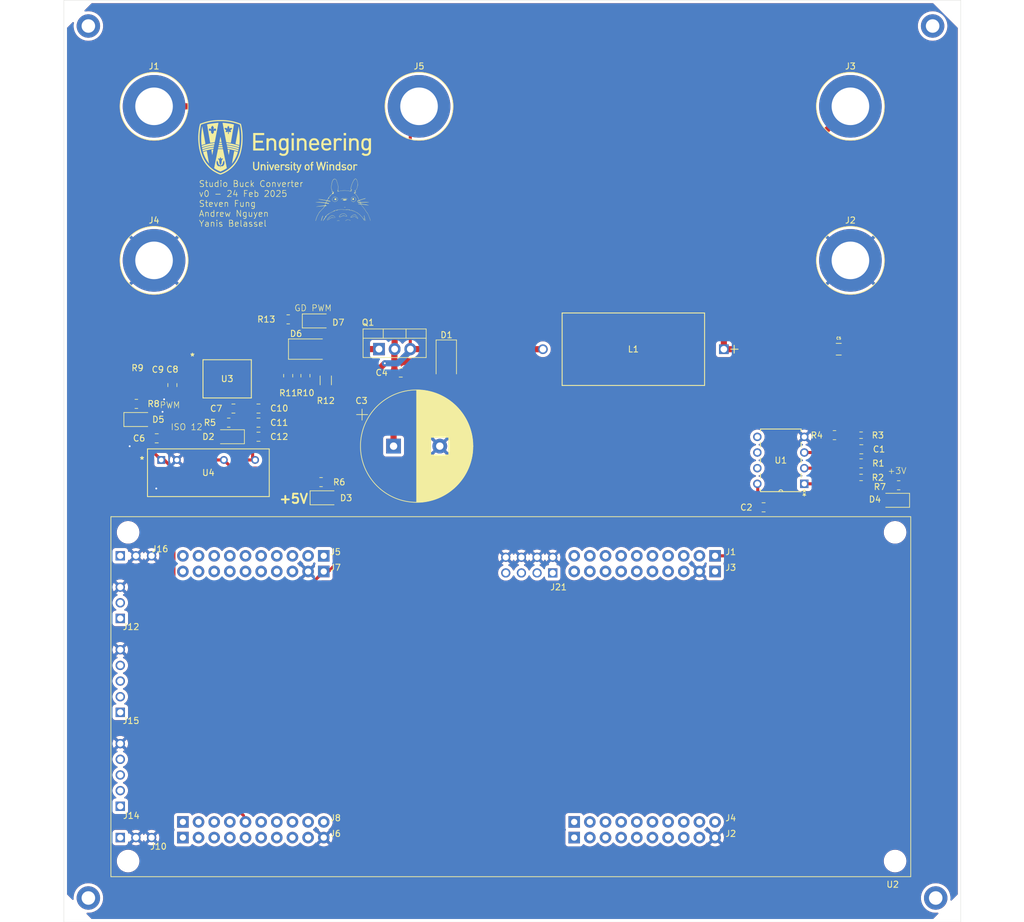
<source format=kicad_pcb>
(kicad_pcb (version 20240108) (generator "pcbnew") (generator_version "8.0")
  (layers (0 "F.Cu" signal) (31 "B.Cu" signal) (34 "B.Paste" user) (35 "F.Paste" user) (36 "B.SilkS" user "B.Silkscreen") (37 "F.SilkS" user "F.Silkscreen") (38 "B.Mask" user) (39 "F.Mask" user) (44 "Edge.Cuts" user))
  (net 0 "")
  (net 1 "GND")
  (net 2 "+3.3V")
  (net 3 "/VOUT")
  (net 4 "/LPF/VFLIT")
  (net 26 "/GD/PWM_FILT")
  (net 40 "+5V")
  (net 44 "/GD/ISO_12")
  (net 51 "Net-(D2-K)")
  (net 52 "Net-(D3-K)")
  (net 54 "Net-(D4-K)")
  (net 60 "/VG")
  (net 68 "Net-(D5-K)")
  (net 73 "/PWM")
  (net 78 "Net-(D6-K)")
  (net 80 "Net-(D7-K)")
  (net 86 "/PowerStage/VIN")
  (net 103 "/VSW")
  (net 106 "/GD/GD_PWM")
  (net 107 "/VFILT")
  (net 108 "Net-(U1-1IN+)")
  (net 109 "Net-(U1-1IN-)")
  (footprint "Resistor_SMD:R_0805_2012Metric_Pad1.20x1.40mm_HandSolder" (layer "F.Cu") (at 59.762 113.518)
    (property "Reference" "R6" (at 2.948 0 0) (layer "F.SilkS"))
    (property "Value" "3.3k")
    (pad "1" smd roundrect (at -1 0) (size 1.2 1.4) (layers "F.Cu" "F.Paste" "F.Mask") (roundrect_rratio 0.208333) (net 52 "Net-(D3-K)"))
    (pad "2" smd roundrect (at 1 0) (size 1.2 1.4) (layers "F.Cu" "F.Paste" "F.Mask") (roundrect_rratio 0.208333) (net 1 "GND"))
  )
  (footprint "MountingHole:MountingHole_2.2mm_M2_DIN965_Pad" (layer "F.Cu") (at 159.5 181)
    (property "Reference" "REF**" (hide yes))
    (property "Value" "MountingHole_2.2mm_M2_DIN965_Pad")
    (pad "1" thru_hole circle (at 0 0) (size 3.8 3.8) (drill 2.2) (layers "*.Cu" "*.Mask"))
  )
  (footprint "Resistor_SMD:R_0805_2012Metric" (layer "F.Cu") (at 143.074 105.898 180)
    (property "Reference" "R4" (at 2.866 -0.02 180) (layer "F.SilkS"))
    (property "Value" "10k")
    (pad "1" smd roundrect (at -0.9125 0 180) (size 1.025 1.4) (layers "F.Cu" "F.Paste" "F.Mask") (roundrect_rratio 0.243902) (net 108 "Net-(U1-1IN+)"))
    (pad "2" smd roundrect (at 0.9125 0 180) (size 1.025 1.4) (layers "F.Cu" "F.Paste" "F.Mask") (roundrect_rratio 0.243902) (net 3 "/VOUT"))
  )
  (footprint "Resistor_SMD:R_0805_2012Metric_Pad1.20x1.40mm_HandSolder" (layer "F.Cu") (at 57.222 96.246 90)
    (property "Reference" "R10" (at -2.794 0 0) (layer "F.SilkS"))
    (property "Value" "7")
    (pad "1" smd roundrect (at -1 0 90) (size 1.2 1.4) (layers "F.Cu" "F.Paste" "F.Mask") (roundrect_rratio 0.208333) (net 106 "/GD/GD_PWM"))
    (pad "2" smd roundrect (at 1 0 90) (size 1.2 1.4) (layers "F.Cu" "F.Paste" "F.Mask") (roundrect_rratio 0.208333) (net 60 "/VG"))
  )
  (footprint "Capacitor_THT:CP_Radial_D18.0mm_P7.50mm" (layer "F.Cu") (at 71.52422 107.676)
    (property "Reference" "C3" (at -5.2 -7.366 0) (layer "F.SilkS"))
    (property "Value" "470u")
    (pad "1" thru_hole rect (at 0 0) (size 2.4 2.4) (drill 1.2) (layers "*.Cu" "*.Mask") (net 86 "/PowerStage/VIN"))
    (pad "2" thru_hole circle (at 7.5 0) (size 2.4 2.4) (drill 1.2) (layers "*.Cu" "*.Mask") (net 1 "GND"))
  )
  (footprint "LED_SMD:LED_1206_3216Metric" (layer "F.Cu") (at 60.27 116.058)
    (property "Reference" "D3" (at 3.556 0.034 0) (layer "F.SilkS"))
    (property "Value" "IR26-21C_L110_TR8")
    (pad "1" smd roundrect (at -1.4 0) (size 1.25 1.75) (layers "F.Cu" "F.Paste" "F.Mask") (roundrect_rratio 0.2) (net 52 "Net-(D3-K)"))
    (pad "2" smd roundrect (at 1.4 0) (size 1.25 1.75) (layers "F.Cu" "F.Paste" "F.Mask") (roundrect_rratio 0.2) (net 40 "+5V"))
  )
  (footprint "Capacitor_SMD:C_0805_2012Metric" (layer "F.Cu") (at 49.602 101.58)
    (property "Reference" "C10" (at 3.368 -0.038 0) (layer "F.SilkS"))
    (property "Value" "10u")
    (pad "1" smd roundrect (at -0.95 0) (size 1 1.45) (layers "F.Cu" "F.Paste" "F.Mask") (net 44 "/GD/ISO_12"))
    (pad "2" smd roundrect (at 0.95 0) (size 1 1.45) (layers "F.Cu" "F.Paste" "F.Mask") (net 103 "/VSW"))
  )
  (footprint "MountingHole:MountingHole_2.2mm_M2_DIN965_Pad" (layer "F.Cu") (at 22 39.5)
    (property "Reference" "REF**" (hide yes))
    (property "Value" "MountingHole_2.2mm_M2_DIN965_Pad")
    (pad "1" thru_hole circle (at 0 0) (size 3.8 3.8) (drill 2.2) (layers "*.Cu" "*.Mask"))
  )
  (footprint "5900-333-RC:IND_BOURNS_5900" (layer "F.Cu") (at 125.1204 91.948 180)
    (property "Reference" "L1" (at 14.6812 0 0) (layer "F.SilkS"))
    (property "Value" "33mH")
    (pad "1" thru_hole rect (at 0 0 180) (size 1.5748 1.5748) (drill 1.0668) (layers "*.Cu" "*.Mask") (net 3 "/VOUT"))
    (pad "2" thru_hole circle (at 29.3624 0 180) (size 1.5748 1.5748) (drill 1.0668) (layers "*.Cu" "*.Mask") (net 103 "/VSW"))
  )
  (footprint "Connector:Banana_Jack_1Pin" (layer "F.Cu") (at 32.66 77.534)
    (property "Reference" "J4" (at 0 -6.5 0) (layer "F.SilkS"))
    (property "Value" "Conn_01x01_Pin")
    (pad "1" thru_hole circle (at 0 0) (size 10.16 10.16) (drill 6.1) (layers "*.Cu" "*.Mask") (net 1 "GND"))
  )
  (footprint "Capacitor_SMD:C_0805_2012Metric" (layer "F.Cu") (at 49.602 106.152)
    (property "Reference" "C12" (at 3.368 0 180) (layer "F.SilkS"))
    (property "Value" "10u")
    (pad "1" smd roundrect (at -0.95 0) (size 1 1.45) (layers "F.Cu" "F.Paste" "F.Mask") (net 44 "/GD/ISO_12"))
    (pad "2" smd roundrect (at 0.95 0) (size 1 1.45) (layers "F.Cu" "F.Paste" "F.Mask") (net 103 "/VSW"))
  )
  (footprint "Connector:Banana_Jack_1Pin" (layer "F.Cu") (at 145.66 77.534)
    (property "Reference" "J2" (at 0 -6.5 0) (layer "F.SilkS"))
    (property "Value" "Conn_01x01_Pin")
    (pad "1" thru_hole circle (at 0 0) (size 10.16 10.16) (drill 6.1) (layers "*.Cu" "*.Mask") (net 1 "GND"))
  )
  (footprint "MountingHole:MountingHole_2.2mm_M2_DIN965_Pad" (layer "F.Cu") (at 159 39.5)
    (property "Reference" "REF**" (hide yes))
    (property "Value" "MountingHole_2.2mm_M2_DIN965_Pad")
    (pad "1" thru_hole circle (at 0 0) (size 3.8 3.8) (drill 2.2) (layers "*.Cu" "*.Mask"))
  )
  (footprint "600F330FT250XT:CAP_600F0R1AT250T_ATC" (layer "F.Cu") (at 33.274 97.282 -90)
    (property "Reference" "C9" (at -2.032 0 0) (layer "F.SilkS"))
    (property "Value" "33p")
    (pad "1" smd rect (at -0.5334 0 270) (size 0.762 0.6096) (layers "F.Cu" "F.Paste" "F.Mask") (net 26 "/GD/PWM_FILT"))
    (pad "2" smd rect (at 0.5334 0 270) (size 0.762 0.6096) (layers "F.Cu" "F.Paste" "F.Mask") (net 1 "GND"))
    (zone (net 0) (net_name "") (layer "F.Cu") (connect_pads (clearance 0)) (min_thickness 0.254)
      (keepout (tracks not_allowed) (vias not_allowed) (pads allowed) (copperpour not_allowed) (footprints allowed))
      (fill (thermal_gap 0.508) (thermal_bridge_width 0.508))
      (polygon (pts (xy 33.528 97.1804) (xy 33.528 97.3836) (xy 33.02 97.3836) (xy 33.02 97.1804)))
    )
  )
  (footprint "Resistor_SMD:R_0805_2012Metric" (layer "F.Cu") (at 147.392 110.47 180)
    (property "Reference" "R1" (at -2.794 0 0) (layer "F.SilkS"))
    (property "Value" "10k")
    (pad "1" smd roundrect (at -0.9125 0 180) (size 1.025 1.4) (layers "F.Cu" "F.Paste" "F.Mask") (roundrect_rratio 0.243902) (net 1 "GND"))
    (pad "2" smd roundrect (at 0.9125 0 180) (size 1.025 1.4) (layers "F.Cu" "F.Paste" "F.Mask") (roundrect_rratio 0.243902) (net 109 "Net-(U1-1IN-)"))
  )
  (footprint "Resistor_SMD:R_1206_3216Metric_Pad1.30x1.75mm_HandSolder" (layer "F.Cu") (at 60.524 97.008 -90)
    (property "Reference" "R12" (at 3.302 0 0) (layer "F.SilkS"))
    (property "Value" "50")
    (pad "1" smd roundrect (at -1.55 0 270) (size 1.3 1.75) (layers "F.Cu" "F.Paste" "F.Mask") (roundrect_rratio 0.192308) (net 60 "/VG"))
    (pad "2" smd roundrect (at 1.55 0 270) (size 1.3 1.75) (layers "F.Cu" "F.Paste" "F.Mask") (roundrect_rratio 0.192308) (net 103 "/VSW"))
  )
  (footprint "Capacitor_SMD:C_0805_2012Metric" (layer "F.Cu") (at 131.572 117.602)
    (property "Reference" "C2" (at -2.8 0.02 0) (layer "F.SilkS"))
    (property "Value" "1u")
    (pad "1" smd roundrect (at -0.95 0) (size 1 1.45) (layers "F.Cu" "F.Paste" "F.Mask") (net 2 "+3.3V"))
    (pad "2" smd roundrect (at 0.95 0) (size 1 1.45) (layers "F.Cu" "F.Paste" "F.Mask") (net 1 "GND"))
  )
  (footprint "LED_SMD:LED_1206_3216Metric" (layer "F.Cu") (at 152.98 116.464 180)
    (property "Reference" "D4" (at 3.342 0.152 0) (layer "F.SilkS"))
    (property "Value" "IR26-21C_L110_TR8")
    (pad "1" smd roundrect (at -1.4 0 180) (size 1.25 1.75) (layers "F.Cu" "F.Paste" "F.Mask") (roundrect_rratio 0.2) (net 54 "Net-(D4-K)"))
    (pad "2" smd roundrect (at 1.4 0 180) (size 1.25 1.75) (layers "F.Cu" "F.Paste" "F.Mask") (roundrect_rratio 0.2) (net 2 "+3.3V"))
  )
  (footprint "Connector:Banana_Jack_1Pin" (layer "F.Cu") (at 145.66 52.534)
    (property "Reference" "J3" (at 0 -6.5 0) (layer "F.SilkS"))
    (property "Value" "Conn_01x01_Pin")
    (pad "1" thru_hole circle (at 0 0) (size 10.16 10.16) (drill 6.1) (layers "*.Cu" "*.Mask") (net 3 "/VOUT"))
  )
  (footprint "GRM31CC72A475KE11L:CAPC3216X190N" (layer "F.Cu") (at 143.764 91.948)
    (property "Reference" "C5" (at 0 -1.778 0) (layer "F.SilkS") (effects (font (size 0.393701 0.393701) (thickness 0.098425))))
    (property "Value" "4.7 µF")
    (pad "1" smd rect (at -1.421 0) (size 1.37 1.91) (layers "F.Cu" "F.Paste" "F.Mask") (net 3 "/VOUT"))
    (pad "2" smd rect (at 1.421 0) (size 1.37 1.91) (layers "F.Cu" "F.Paste" "F.Mask") (net 1 "GND"))
  )
  (footprint "Connector:Banana_Jack_1Pin" (layer "F.Cu") (at 32.66 52.534)
    (property "Reference" "J1" (at 0 -6.5 0) (layer "F.SilkS"))
    (property "Value" "Conn_01x01_Pin")
    (pad "1" thru_hole circle (at 0 0) (size 10.16 10.16) (drill 6.1) (layers "*.Cu" "*.Mask") (net 86 "/PowerStage/VIN"))
  )
  (footprint "BuckConverter:MOD_LAUNCHXL-F28379D" (layer "F.Cu") (at 90.551 148.336 180)
    (property "Reference" "U2" (at -61.972 -30.475 0) (layer "F.SilkS"))
    (property "Value" "LAUNCHXL-F28379D")
    (fp_text user "J8" (at 28.448 -19.685 0) (layer "F.SilkS"))
    (fp_text user "J21" (at -7.747 17.78 0) (layer "F.SilkS"))
    (fp_text user "J3" (at -35.687 20.955 0) (layer "F.SilkS"))
    (fp_text user "J7" (at 28.448 20.955 0) (layer "F.SilkS"))
    (fp_text user "J5" (at 28.448 23.495 0) (layer "F.SilkS"))
    (fp_text user "J12" (at 61.628 11.335 0) (layer "F.SilkS"))
    (fp_text user "J16" (at 56.928 23.97 0) (layer "F.SilkS"))
    (fp_text user "J10" (at 57.178 -24.305 0) (layer "F.SilkS"))
    (fp_text user "J4" (at -35.687 -19.685 0) (layer "F.SilkS"))
    (fp_text user "J1" (at -35.687 23.495 0) (layer "F.SilkS"))
    (fp_text user "J6" (at 28.448 -22.225 0) (layer "F.SilkS"))
    (fp_text user "J15" (at 61.628 -3.905 0) (layer "F.SilkS"))
    (fp_text user "J14" (at 61.578 -19.305 0) (layer "F.SilkS"))
    (fp_text user "J2" (at -35.687 -22.225 0) (layer "F.SilkS"))
    (pad "" np_thru_hole circle (at -62.357 -26.67 180) (size 3.175 3.175) (drill 3.175) (layers "*.Cu" "*.Mask"))
    (pad "" np_thru_hole circle (at -62.357 26.67 180) (size 3.175 3.175) (drill 3.175) (layers "*.Cu" "*.Mask"))
    (pad "" np_thru_hole circle (at 62.103 -26.67 180) (size 3.175 3.175) (drill 3.175) (layers "*.Cu" "*.Mask"))
    (pad "" np_thru_hole circle (at 62.103 26.67 180) (size 3.175 3.175) (drill 3.175) (layers "*.Cu" "*.Mask"))
    (pad "J1_1" thru_hole rect (at -33.147 22.86 180) (size 1.8796 1.8796) (drill 1.016) (layers "*.Cu" "*.Mask") (net 2 "+3.3V"))
    (pad "J1_2" thru_hole circle (at -30.607 22.86 180) (size 1.8796 1.8796) (drill 1.016) (layers "*.Cu" "*.Mask"))
    (pad "J1_3" thru_hole circle (at -28.067 22.86 180) (size 1.8796 1.8796) (drill 1.016) (layers "*.Cu" "*.Mask"))
    (pad "J1_4" thru_hole circle (at -25.527 22.86 180) (size 1.8796 1.8796) (drill 1.016) (layers "*.Cu" "*.Mask"))
    (pad "J1_5" thru_hole circle (at -22.987 22.86 180) (size 1.8796 1.8796) (drill 1.016) (layers "*.Cu" "*.Mask"))
    (pad "J1_6" thru_hole circle (at -20.447 22.86 180) (size 1.8796 1.8796) (drill 1.016) (layers "*.Cu" "*.Mask"))
    (pad "J1_7" thru_hole circle (at -17.907 22.86 180) (size 1.8796 1.8796) (drill 1.016) (layers "*.Cu" "*.Mask"))
    (pad "J1_8" thru_hole circle (at -15.367 22.86 180) (size 1.8796 1.8796) (drill 1.016) (layers "*.Cu" "*.Mask"))
    (pad "J1_9" thru_hole circle (at -12.827 22.86 180) (size 1.8796 1.8796) (drill 1.016) (layers "*.Cu" "*.Mask"))
    (pad "J1_10" thru_hole circle (at -10.287 22.86 180) (size 1.8796 1.8796) (drill 1.016) (layers "*.Cu" "*.Mask"))
    (pad "J2_1" thru_hole rect (at -10.287 -22.86 180) (size 1.8796 1.8796) (drill 1.016) (layers "*.Cu" "*.Mask"))
    (pad "J2_2" thru_hole circle (at -12.827 -22.86 180) (size 1.8796 1.8796) (drill 1.016) (layers "*.Cu" "*.Mask"))
    (pad "J2_3" thru_hole circle (at -15.367 -22.86 180) (size 1.8796 1.8796) (drill 1.016) (layers "*.Cu" "*.Mask"))
    (pad "J2_4" thru_hole circle (at -17.907 -22.86 180) (size 1.8796 1.8796) (drill 1.016) (layers "*.Cu" "*.Mask"))
    (pad "J2_5" thru_hole circle (at -20.447 -22.86 180) (size 1.8796 1.8796) (drill 1.016) (layers "*.Cu" "*.Mask"))
    (pad "J2_6" thru_hole circle (at -22.987 -22.86 180) (size 1.8796 1.8796) (drill 1.016) (layers "*.Cu" "*.Mask"))
    (pad "J2_7" thru_hole circle (at -25.527 -22.86 180) (size 1.8796 1.8796) (drill 1.016) (layers "*.Cu" "*.Mask"))
    (pad "J2_8" thru_hole circle (at -28.067 -22.86 180) (size 1.8796 1.8796) (drill 1.016) (layers "*.Cu" "*.Mask"))
    (pad "J2_9" thru_hole circle (at -30.607 -22.86 180) (size 1.8796 1.8796) (drill 1.016) (layers "*.Cu" "*.Mask"))
    (pad "J2_10" thru_hole circle (at -33.147 -22.86 180) (size 1.8796 1.8796) (drill 1.016) (layers "*.Cu" "*.Mask") (net 1 "GND"))
    (pad "J3_1" thru_hole rect (at -33.147 20.32 180) (size 1.8796 1.8796) (drill 1.016) (layers "*.Cu" "*.Mask"))
    (pad "J3_2" thru_hole circle (at -30.607 20.32 180) (size 1.8796 1.8796) (drill 1.016) (layers "*.Cu" "*.Mask") (net 1 "GND"))
    (pad "J3_3" thru_hole circle (at -28.067 20.32 180) (size 1.8796 1.8796) (drill 1.016) (layers "*.Cu" "*.Mask") (net 107 "/VFILT"))
    (pad "J3_4" thru_hole circle (at -25.527 20.32 180) (size 1.8796 1.8796) (drill 1.016) (layers "*.Cu" "*.Mask"))
    (pad "J3_5" thru_hole circle (at -22.987 20.32 180) (size 1.8796 1.8796) (drill 1.016) (layers "*.Cu" "*.Mask"))
    (pad "J3_6" thru_hole circle (at -20.447 20.32 180) (size 1.8796 1.8796) (drill 1.016) (layers "*.Cu" "*.Mask"))
    (pad "J3_7" thru_hole circle (at -17.907 20.32 180) (size 1.8796 1.8796) (drill 1.016) (layers "*.Cu" "*.Mask"))
    (pad "J3_8" thru_hole circle (at -15.367 20.32 180) (size 1.8796 1.8796) (drill 1.016) (layers "*.Cu" "*.Mask"))
    (pad "J3_9" thru_hole circle (at -12.827 20.32 180) (size 1.8796 1.8796) (drill 1.016) (layers "*.Cu" "*.Mask"))
    (pad "J3_10" thru_hole circle (at -10.287 20.32 180) (size 1.8796 1.8796) (drill 1.016) (layers "*.Cu" "*.Mask"))
    (pad "J4_1" thru_hole rect (at -10.287 -20.32 180) (size 1.8796 1.8796) (drill 1.016) (layers "*.Cu" "*.Mask"))
    (pad "J4_2" thru_hole circle (at -12.827 -20.32 180) (size 1.8796 1.8796) (drill 1.016) (layers "*.Cu" "*.Mask"))
    (pad "J4_3" thru_hole circle (at -15.367 -20.32 180) (size 1.8796 1.8796) (drill 1.016) (layers "*.Cu" "*.Mask"))
    (pad "J4_4" thru_hole circle (at -17.907 -20.32 180) (size 1.8796 1.8796) (drill 1.016) (layers "*.Cu" "*.Mask"))
    (pad "J4_5" thru_hole circle (at -20.447 -20.32 180) (size 1.8796 1.8796) (drill 1.016) (layers "*.Cu" "*.Mask"))
    (pad "J4_6" thru_hole circle (at -22.987 -20.32 180) (size 1.8796 1.8796) (drill 1.016) (layers "*.Cu" "*.Mask"))
    (pad "J4_7" thru_hole circle (at -25.527 -20.32 180) (size 1.8796 1.8796) (drill 1.016) (layers "*.Cu" "*.Mask"))
    (pad "J4_8" thru_hole circle (at -28.067 -20.32 180) (size 1.8796 1.8796) (drill 1.016) (layers "*.Cu" "*.Mask"))
    (pad "J4_9" thru_hole circle (at -30.607 -20.32 180) (size 1.8796 1.8796) (drill 1.016) (layers "*.Cu" "*.Mask"))
    (pad "J4_10" thru_hole circle (at -33.147 -20.32 180) (size 1.8796 1.8796) (drill 1.016) (layers "*.Cu" "*.Mask"))
    (pad "J5_1" thru_hole rect (at 30.353 22.86 180) (size 1.8796 1.8796) (drill 1.016) (layers "*.Cu" "*.Mask"))
    (pad "J5_2" thru_hole circle (at 32.893 22.86 180) (size 1.8796 1.8796) (drill 1.016) (layers "*.Cu" "*.Mask"))
    (pad "J5_3" thru_hole circle (at 35.433 22.86 180) (size 1.8796 1.8796) (drill 1.016) (layers "*.Cu" "*.Mask"))
    (pad "J5_4" thru_hole circle (at 37.973 22.86 180) (size 1.8796 1.8796) (drill 1.016) (layers "*.Cu" "*.Mask"))
    (pad "J5_5" thru_hole circle (at 40.513 22.86 180) (size 1.8796 1.8796) (drill 1.016) (layers "*.Cu" "*.Mask"))
    (pad "J5_6" thru_hole circle (at 43.053 22.86 180) (size 1.8796 1.8796) (drill 1.016) (layers "*.Cu" "*.Mask"))
    (pad "J5_7" thru_hole circle (at 45.593 22.86 180) (size 1.8796 1.8796) (drill 1.016) (layers "*.Cu" "*.Mask"))
    (pad "J5_8" thru_hole circle (at 48.133 22.86 180) (size 1.8796 1.8796) (drill 1.016) (layers "*.Cu" "*.Mask"))
    (pad "J5_9" thru_hole circle (at 50.673 22.86 180) (size 1.8796 1.8796) (drill 1.016) (layers "*.Cu" "*.Mask"))
    (pad "J5_10" thru_hole circle (at 53.213 22.86 180) (size 1.8796 1.8796) (drill 1.016) (layers "*.Cu" "*.Mask"))
    (pad "J6_1" thru_hole rect (at 53.213 -22.86 180) (size 1.8796 1.8796) (drill 1.016) (layers "*.Cu" "*.Mask"))
    (pad "J6_2" thru_hole circle (at 50.673 -22.86 180) (size 1.8796 1.8796) (drill 1.016) (layers "*.Cu" "*.Mask"))
    (pad "J6_3" thru_hole circle (at 48.133 -22.86 180) (size 1.8796 1.8796) (drill 1.016) (layers "*.Cu" "*.Mask"))
    (pad "J6_4" thru_hole circle (at 45.593 -22.86 180) (size 1.8796 1.8796) (drill 1.016) (layers "*.Cu" "*.Mask"))
    (pad "J6_5" thru_hole circle (at 43.053 -22.86 180) (size 1.8796 1.8796) (drill 1.016) (layers "*.Cu" "*.Mask"))
    (pad "J6_6" thru_hole circle (at 40.513 -22.86 180) (size 1.8796 1.8796) (drill 1.016) (layers "*.Cu" "*.Mask"))
    (pad "J6_7" thru_hole circle (at 37.973 -22.86 180) (size 1.8796 1.8796) (drill 1.016) (layers "*.Cu" "*.Mask"))
    (pad "J6_8" thru_hole circle (at 35.433 -22.86 180) (size 1.8796 1.8796) (drill 1.016) (layers "*.Cu" "*.Mask"))
    (pad "J6_9" thru_hole circle (at 32.893 -22.86 180) (size 1.8796 1.8796) (drill 1.016) (layers "*.Cu" "*.Mask"))
    (pad "J6_10" thru_hole circle (at 30.353 -22.86 180) (size 1.8796 1.8796) (drill 1.016) (layers "*.Cu" "*.Mask") (net 1 "GND"))
    (pad "J7_1" thru_hole rect (at 30.353 20.32 180) (size 1.8796 1.8796) (drill 1.016) (layers "*.Cu" "*.Mask") (net 40 "+5V"))
    (pad "J7_2" thru_hole circle (at 32.893 20.32 180) (size 1.8796 1.8796) (drill 1.016) (layers "*.Cu" "*.Mask") (net 1 "GND"))
    (pad "J7_3" thru_hole circle (at 35.433 20.32 180) (size 1.8796 1.8796) (drill 1.016) (layers "*.Cu" "*.Mask"))
    (pad "J7_4" thru_hole circle (at 37.973 20.32 180) (size 1.8796 1.8796) (drill 1.016) (layers "*.Cu" "*.Mask"))
    (pad "J7_5" thru_hole circle (at 40.513 20.32 180) (size 1.8796 1.8796) (drill 1.016) (layers "*.Cu" "*.Mask"))
    (pad "J7_6" thru_hole circle (at 43.053 20.32 180) (size 1.8796 1.8796) (drill 1.016) (layers "*.Cu" "*.Mask"))
    (pad "J7_7" thru_hole circle (at 45.593 20.32 180) (size 1.8796 1.8796) (drill 1.016) (layers "*.Cu" "*.Mask"))
    (pad "J7_8" thru_hole circle (at 48.133 20.32 180) (size 1.8796 1.8796) (drill 1.016) (layers "*.Cu" "*.Mask"))
    (pad "J7_9" thru_hole circle (at 50.673 20.32 180) (size 1.8796 1.8796) (drill 1.016) (layers "*.Cu" "*.Mask"))
    (pad "J7_10" thru_hole circle (at 53.213 20.32 180) (size 1.8796 1.8796) (drill 1.016) (layers "*.Cu" "*.Mask"))
    (pad "J8_1" thru_hole rect (at 53.213 -20.32 180) (size 1.8796 1.8796) (drill 1.016) (layers "*.Cu" "*.Mask"))
    (pad "J8_2" thru_hole circle (at 50.673 -20.32 180) (size 1.8796 1.8796) (drill 1.016) (layers "*.Cu" "*.Mask"))
    (pad "J8_3" thru_hole circle (at 48.133 -20.32 180) (size 1.8796 1.8796) (drill 1.016) (layers "*.Cu" "*.Mask"))
    (pad "J8_4" thru_hole circle (at 45.593 -20.32 180) (size 1.8796 1.8796) (drill 1.016) (layers "*.Cu" "*.Mask"))
    (pad "J8_5" thru_hole circle (at 43.053 -20.32 180) (size 1.8796 1.8796) (drill 1.016) (layers "*.Cu" "*.Mask") (net 73 "/PWM"))
    (pad "J8_6" thru_hole circle (at 40.513 -20.32 180) (size 1.8796 1.8796) (drill 1.016) (layers "*.Cu" "*.Mask"))
    (pad "J8_7" thru_hole circle (at 37.973 -20.32 180) (size 1.8796 1.8796) (drill 1.016) (layers "*.Cu" "*.Mask"))
    (pad "J8_8" thru_hole circle (at 35.433 -20.32 180) (size 1.8796 1.8796) (drill 1.016) (layers "*.Cu" "*.Mask"))
    (pad "J8_9" thru_hole circle (at 32.893 -20.32 180) (size 1.8796 1.8796) (drill 1.016) (layers "*.Cu" "*.Mask"))
    (pad "J8_10" thru_hole circle (at 30.353 -20.32 180) (size 1.8796 1.8796) (drill 1.016) (layers "*.Cu" "*.Mask"))
    (pad "J10_1" thru_hole rect (at 63.373 -22.86 180) (size 1.524 1.524) (drill 1.016) (layers "*.Cu" "*.Mask"))
    (pad "J10_2" thru_hole circle (at 60.833 -22.86 180) (size 1.524 1.524) (drill 1.016) (layers "*.Cu" "*.Mask") (net 1 "GND"))
    (pad "J10_3" thru_hole circle (at 58.293 -22.86 180) (size 1.524 1.524) (drill 1.016) (layers "*.Cu" "*.Mask") (net 1 "GND"))
    (pad "J12_1" thru_hole rect (at 63.373 12.7 180) (size 1.524 1.524) (drill 1.016) (layers "*.Cu" "*.Mask"))
    (pad "J12_2" thru_hole circle (at 63.373 15.24 180) (size 1.524 1.524) (drill 1.016) (layers "*.Cu" "*.Mask"))
    (pad "J12_3" thru_hole circle (at 63.373 17.78 180) (size 1.524 1.524) (drill 1.016) (layers "*.Cu" "*.Mask") (net 1 "GND"))
    (pad "J14_1" thru_hole rect (at 63.373 -17.78 180) (size 1.524 1.524) (drill 1.016) (layers "*.Cu" "*.Mask"))
    (pad "J14_2" thru_hole circle (at 63.373 -15.24 180) (size 1.524 1.524) (drill 1.016) (layers "*.Cu" "*.Mask"))
    (pad "J14_3" thru_hole circle (at 63.373 -12.7 180) (size 1.524 1.524) (drill 1.016) (layers "*.Cu" "*.Mask"))
    (pad "J14_4" thru_hole circle (at 63.373 -10.16 180) (size 1.524 1.524) (drill 1.016) (layers "*.Cu" "*.Mask"))
    (pad "J14_5" thru_hole circle (at 63.373 -7.62 180) (size 1.524 1.524) (drill 1.016) (layers "*.Cu" "*.Mask") (net 1 "GND"))
    (pad "J15_1" thru_hole rect (at 63.373 -2.54 180) (size 1.524 1.524) (drill 1.016) (layers "*.Cu" "*.Mask"))
    (pad "J15_2" thru_hole circle (at 63.373 0 180) (size 1.524 1.524) (drill 1.016) (layers "*.Cu" "*.Mask"))
    (pad "J15_3" thru_hole circle (at 63.373 2.54 180) (size 1.524 1.524) (drill 1.016) (layers "*.Cu" "*.Mask"))
    (pad "J15_4" thru_hole circle (at 63.373 5.08 180) (size 1.524 1.524) (drill 1.016) (layers "*.Cu" "*.Mask"))
    (pad "J15_5" thru_hole circle (at 63.373 7.62 180) (size 1.524 1.524) (drill 1.016) (layers "*.Cu" "*.Mask") (net 1 "GND"))
    (pad "J16_1" thru_hole rect (at 63.373 22.86 180) (size 1.524 1.524) (drill 1.016) (layers "*.Cu" "*.Mask"))
    (pad "J16_2" thru_hole circle (at 60.833 22.86 180) (size 1.524 1.524) (drill 1.016) (layers "*.Cu" "*.Mask") (net 1 "GND"))
    (pad "J16_3" thru_hole circle (at 58.293 22.86 180) (size 1.524 1.524) (drill 1.016) (layers "*.Cu" "*.Mask") (net 1 "GND"))
    (pad "J21_1" thru_hole rect (at -6.803 20.086 180) (size 1.5 1.5) (drill 1) (layers "*.Cu" "*.Mask"))
    (pad "J21_2" thru_hole circle (at -6.803 22.626 180) (size 1.5 1.5) (drill 1) (layers "*.Cu" "*.Mask") (net 1 "GND"))
    (pad "J21_3" thru_hole circle (at -4.263 20.086 180) (size 1.5 1.5) (drill 1) (layers "*.Cu" "*.Mask"))
    (pad "J21_4" thru_hole circle (at -4.263 22.626 180) (size 1.5 1.5) (drill 1) (layers "*.Cu" "*.Mask") (net 1 "GND"))
    (pad "J21_5" thru_hole circle (at -1.723 20.086 180) (size 1.5 1.5) (drill 1) (layers "*.Cu" "*.Mask"))
    (pad "J21_6" thru_hole circle (at -1.723 22.626 180) (size 1.5 1.5) (drill 1) (layers "*.Cu" "*.Mask") (net 1 "GND"))
    (pad "J21_7" thru_hole circle (at 0.817 20.086 180) (size 1.5 1.5) (drill 1) (layers "*.Cu" "*.Mask"))
    (pad "J21_8" thru_hole circle (at 0.817 22.626 180) (size 1.5 1.5) (drill 1) (layers "*.Cu" "*.Mask") (net 1 "GND"))
  )
  (footprint "Resistor_SMD:R_0603_1608Metric" (layer "F.Cu") (at 147.392 112.756)
    (property "Reference" "R2" (at 2.722 0.02 0) (layer "F.SilkS"))
    (property "Value" "500")
    (pad "1" smd roundrect (at -0.825 0) (size 0.8 0.95) (layers "F.Cu" "F.Paste" "F.Mask") (net 109 "Net-(U1-1IN-)"))
    (pad "2" smd roundrect (at 0.825 0) (size 0.8 0.95) (layers "F.Cu" "F.Paste" "F.Mask") (net 4 "/LPF/VFLIT"))
  )
  (footprint "Resistor_SMD:R_0805_2012Metric_Pad1.20x1.40mm_HandSolder" (layer "F.Cu") (at 29.79 100.818)
    (property "Reference" "R8" (at 2.794 0 0) (layer "F.SilkS"))
    (property "Value" "3.3k")
    (pad "1" smd roundrect (at -1 0) (size 1.2 1.4) (layers "F.Cu" "F.Paste" "F.Mask") (roundrect_rratio 0.208333) (net 68 "Net-(D5-K)"))
    (pad "2" smd roundrect (at 1 0) (size 1.2 1.4) (layers "F.Cu" "F.Paste" "F.Mask") (roundrect_rratio 0.208333) (net 1 "GND"))
  )
  (footprint "Capacitor_SMD:C_0805_2012Metric" (layer "F.Cu") (at 49.602 103.866)
    (property "Reference" "C11" (at 3.368 0 0) (layer "F.SilkS"))
    (property "Value" "220n")
    (pad "1" smd roundrect (at -0.95 0) (size 1 1.45) (layers "F.Cu" "F.Paste" "F.Mask") (net 44 "/GD/ISO_12"))
    (pad "2" smd roundrect (at 0.95 0) (size 1 1.45) (layers "F.Cu" "F.Paste" "F.Mask") (net 103 "/VSW"))
  )
  (footprint "Diode_SMD:D_SMA" (layer "F.Cu") (at 80.082 93.96 -90)
    (property "Reference" "D1" (at -4.318 -0.032 180) (layer "F.SilkS"))
    (property "Value" "SS310")
    (pad "1" smd roundrect (at -2 0 270) (size 2.5 1.8) (layers "F.Cu" "F.Paste" "F.Mask") (roundrect_rratio 0.1388888889) (net 103 "/VSW"))
    (pad "2" smd roundrect (at 2 0 270) (size 2.5 1.8) (layers "F.Cu" "F.Paste" "F.Mask") (roundrect_rratio 0.1388888889) (net 1 "GND"))
  )
  (footprint "Resistor_SMD:R_0805_2012Metric_Pad1.20x1.40mm_HandSolder" (layer "F.Cu") (at 54.428 96.246 90)
    (property "Reference" "R11" (at -2.81 0 180) (layer "F.SilkS"))
    (property "Value" "12")
    (pad "1" smd roundrect (at -1 0 90) (size 1.2 1.4) (layers "F.Cu" "F.Paste" "F.Mask") (roundrect_rratio 0.208333) (net 106 "/GD/GD_PWM"))
    (pad "2" smd roundrect (at 1 0 90) (size 1.2 1.4) (layers "F.Cu" "F.Paste" "F.Mask") (roundrect_rratio 0.208333) (net 78 "Net-(D6-K)"))
  )
  (footprint "UCC5304DWVR:SOIC8_DWV_TEX" (layer "F.Cu") (at 44.522 96.754)
    (property "Reference" "U3" (at 0 0 0) (layer "F.SilkS"))
    (property "Value" "UCC5304DWVR")
    (fp_text user "*" (at -5.6388 -3.6068 0) (layer "F.SilkS"))
    (fp_text user "*" (at -5.6388 -3.6068 0) (layer "F.SilkS"))
    (pad "1" smd rect (at -5.3848 -1.905) (size 1.7018 0.5588) (layers "F.Cu" "F.Paste" "F.Mask") (net 26 "/GD/PWM_FILT"))
    (pad "2" smd rect (at -5.3848 -0.635) (size 1.7018 0.5588) (layers "F.Cu" "F.Paste" "F.Mask") (net 40 "+5V"))
    (pad "3" smd rect (at -5.3848 0.635) (size 1.7018 0.5588) (layers "F.Cu" "F.Paste" "F.Mask") (net 40 "+5V"))
    (pad "4" smd rect (at -5.3848 1.905) (size 1.7018 0.5588) (layers "F.Cu" "F.Paste" "F.Mask") (net 1 "GND"))
    (pad "5" smd rect (at 5.3848 1.905) (size 1.7018 0.5588) (layers "F.Cu" "F.Paste" "F.Mask") (net 103 "/VSW"))
    (pad "6" smd rect (at 5.3848 0.635) (size 1.7018 0.5588) (layers "F.Cu" "F.Paste" "F.Mask") (net 103 "/VSW"))
    (pad "7" smd rect (at 5.3848 -0.635) (size 1.7018 0.5588) (layers "F.Cu" "F.Paste" "F.Mask") (net 106 "/GD/GD_PWM"))
    (pad "8" smd rect (at 5.3848 -1.905) (size 1.7018 0.5588) (layers "F.Cu" "F.Paste" "F.Mask") (net 44 "/GD/ISO_12"))
  )
  (footprint "Resistor_SMD:R_0805_2012Metric_Pad1.20x1.40mm_HandSolder" (layer "F.Cu") (at 153.488 114.026 180)
    (property "Reference" "R7" (at 3.048 -0.254 0) (layer "F.SilkS"))
    (property "Value" "3.3k")
    (pad "1" smd roundrect (at -1 0 180) (size 1.2 1.4) (layers "F.Cu" "F.Paste" "F.Mask") (roundrect_rratio 0.208333) (net 54 "Net-(D4-K)"))
    (pad "2" smd roundrect (at 1 0 180) (size 1.2 1.4) (layers "F.Cu" "F.Paste" "F.Mask") (roundrect_rratio 0.208333) (net 1 "GND"))
  )
  (footprint "Capacitor_SMD:C_0805_2012Metric_Pad1.18x1.45mm_HandSolder" (layer "F.Cu") (at 35.632 97.77 -90)
    (property "Reference" "C8" (at -2.54 0 0) (layer "F.SilkS"))
    (property "Value" "1u")
    (pad "1" smd roundrect (at -1.0375 0 270) (size 1.175 1.45) (layers "F.Cu" "F.Paste" "F.Mask") (roundrect_rratio 0.212766) (net 40 "+5V"))
    (pad "2" smd roundrect (at 1.0375 0 270) (size 1.175 1.45) (layers "F.Cu" "F.Paste" "F.Mask") (roundrect_rratio 0.212766) (net 1 "GND"))
  )
  (footprint "Resistor_SMD:R_0805_2012Metric_Pad1.20x1.40mm_HandSolder" (layer "F.Cu") (at 54.428 87.102 180)
    (property "Reference" "R13" (at 3.556 0 0) (layer "F.SilkS"))
    (property "Value" "3.3k")
    (pad "1" smd roundrect (at -1 0 180) (size 1.2 1.4) (layers "F.Cu" "F.Paste" "F.Mask") (roundrect_rratio 0.208333) (net 80 "Net-(D7-K)"))
    (pad "2" smd roundrect (at 1 0 180) (size 1.2 1.4) (layers "F.Cu" "F.Paste" "F.Mask") (roundrect_rratio 0.208333) (net 103 "/VSW"))
  )
  (footprint "LED_SMD:LED_1206_3216Metric" (layer "F.Cu") (at 59 87.356)
    (property "Reference" "D7" (at 3.556 0.254 0) (layer "F.SilkS"))
    (property "Value" "IR26-21C_L110_TR8")
    (pad "1" smd roundrect (at -1.4 0) (size 1.25 1.75) (layers "F.Cu" "F.Paste" "F.Mask") (roundrect_rratio 0.2) (net 80 "Net-(D7-K)"))
    (pad "2" smd roundrect (at 1.4 0) (size 1.25 1.75) (layers "F.Cu" "F.Paste" "F.Mask") (roundrect_rratio 0.2) (net 60 "/VG"))
  )
  (footprint "LM358AP:P8" (layer "F.Cu") (at 130.556 106.172 180)
    (property "Reference" "U1" (at -3.81 -3.81 0) (layer "F.SilkS"))
    (property "Value" "LM358AP")
    (fp_text user "*" (at -7.62 -9.0678 180) (layer "F.SilkS"))
    (fp_text user "*" (at -7.62 -9.0678 0) (layer "F.SilkS"))
    (pad "1" thru_hole rect (at -7.62 -7.62 180) (size 1.3716 1.3716) (drill 0.8636) (layers "*.Cu" "*.Mask") (net 4 "/LPF/VFLIT"))
    (pad "2" thru_hole circle (at -7.62 -5.08 180) (size 1.3716 1.3716) (drill 0.8636) (layers "*.Cu" "*.Mask") (net 109 "Net-(U1-1IN-)"))
    (pad "3" thru_hole circle (at -7.62 -2.54 180) (size 1.3716 1.3716) (drill 0.8636) (layers "*.Cu" "*.Mask") (net 108 "Net-(U1-1IN+)"))
    (pad "4" thru_hole circle (at -7.62 0 180) (size 1.3716 1.3716) (drill 0.8636) (layers "*.Cu" "*.Mask") (net 1 "GND"))
    (pad "5" thru_hole circle (at 0 0 180) (size 1.3716 1.3716) (drill 0.8636) (layers "*.Cu" "*.Mask"))
    (pad "6" thru_hole circle (at 0 -2.54 180) (size 1.3716 1.3716) (drill 0.8636) (layers "*.Cu" "*.Mask"))
    (pad "7" thru_hole circle (at 0 -5.08 180) (size 1.3716 1.3716) (drill 0.8636) (layers "*.Cu" "*.Mask"))
    (pad "8" thru_hole circle (at 0 -7.62 180) (size 1.3716 1.3716) (drill 0.8636) (layers "*.Cu" "*.Mask") (net 2 "+3.3V"))
  )
  (footprint "LED_SMD:LED_1206_3216Metric" (layer "F.Cu") (at 30.044 103.358)
    (property "Reference" "D5" (at 3.302 0 0) (layer "F.SilkS"))
    (property "Value" "IR26-21C_L110_TR8")
    (pad "1" smd roundrect (at -1.4 0) (size 1.25 1.75) (layers "F.Cu" "F.Paste" "F.Mask") (roundrect_rratio 0.2) (net 68 "Net-(D5-K)"))
    (pad "2" smd roundrect (at 1.4 0) (size 1.25 1.75) (layers "F.Cu" "F.Paste" "F.Mask") (roundrect_rratio 0.2) (net 73 "/PWM"))
  )
  (footprint "TMV_0512SHI:TMV-HI_SINGLE_TRP" (layer "F.Cu") (at 33.824 109.919)
    (property "Reference" "U4" (at 7.65 2.075 0) (layer "F.SilkS"))
    (property "Value" "TMV 0512SHI")
    (fp_text user "*" (at -3.1196 0 0) (layer "F.SilkS"))
    (fp_text user "*" (at -3.1196 0 0) (layer "F.SilkS"))
    (pad "1" thru_hole rect (at 0 0) (size 1.27 1.27) (drill 0.762) (layers "*.Cu" "*.Mask") (net 40 "+5V"))
    (pad "2" thru_hole circle (at 2.54 0) (size 1.27 1.27) (drill 0.762) (layers "*.Cu" "*.Mask") (net 1 "GND"))
    (pad "5" thru_hole circle (at 10.16 0) (size 1.27 1.27) (drill 0.762) (layers "*.Cu" "*.Mask") (net 103 "/VSW"))
    (pad "7" thru_hole circle (at 15.24 0) (size 1.27 1.27) (drill 0.762) (layers "*.Cu" "*.Mask") (net 44 "/GD/ISO_12"))
  )
  (footprint "Capacitor_SMD:C_0805_2012Metric" (layer "F.Cu") (at 45.538 101.58 180)
    (property "Reference" "C7" (at 2.794 0 0) (layer "F.SilkS"))
    (property "Value" "1u")
    (pad "1" smd roundrect (at -0.95 0 180) (size 1 1.45) (layers "F.Cu" "F.Paste" "F.Mask") (net 44 "/GD/ISO_12"))
    (pad "2" smd roundrect (at 0.95 0 180) (size 1 1.45) (layers "F.Cu" "F.Paste" "F.Mask") (net 103 "/VSW"))
  )
  (footprint "LED_SMD:LED_1206_3216Metric" (layer "F.Cu") (at 45.03 106.152 180)
    (property "Reference" "D2" (at 3.556 0 0) (layer "F.SilkS"))
    (property "Value" "IR26-21C_L110_TR8")
    (pad "1" smd roundrect (at -1.4 0 180) (size 1.25 1.75) (layers "F.Cu" "F.Paste" "F.Mask") (roundrect_rratio 0.2) (net 51 "Net-(D2-K)"))
    (pad "2" smd roundrect (at 1.4 0 180) (size 1.25 1.75) (layers "F.Cu" "F.Paste" "F.Mask") (roundrect_rratio 0.2) (net 44 "/GD/ISO_12"))
  )
  (footprint "Capacitor_SMD:C_0805_2012Metric" (layer "F.Cu") (at 33.092 106.406)
    (property "Reference" "C6" (at -2.86 0 0) (layer "F.SilkS"))
    (property "Value" "1u")
    (pad "1" smd roundrect (at -0.95 0) (size 1 1.45) (layers "F.Cu" "F.Paste" "F.Mask") (net 40 "+5V"))
    (pad "2" smd roundrect (at 0.95 0) (size 1 1.45) (layers "F.Cu" "F.Paste" "F.Mask") (net 1 "GND"))
  )
  (footprint "MountingHole:MountingHole_2.2mm_M2_DIN965_Pad" (layer "F.Cu") (at 22 181)
    (property "Reference" "REF**" (hide yes))
    (property "Value" "MountingHole_2.2mm_M2_DIN965_Pad")
    (pad "1" thru_hole circle (at 0 0) (size 3.8 3.8) (drill 2.2) (layers "*.Cu" "*.Mask"))
  )
  (footprint "Capacitor_SMD:C_0805_2012Metric" (layer "F.Cu") (at 147.4295 108.184)
    (property "Reference" "C1" (at 2.872 0 0) (layer "F.SilkS"))
    (property "Value" "22u")
    (pad "1" smd roundrect (at -0.95 0) (size 1 1.45) (layers "F.Cu" "F.Paste" "F.Mask") (net 108 "Net-(U1-1IN+)"))
    (pad "2" smd roundrect (at 0.95 0) (size 1 1.45) (layers "F.Cu" "F.Paste" "F.Mask") (net 1 "GND"))
  )
  (footprint "uwinengineeringlogo:uwinengilogo" (layer "F.Cu") (at 54.048547 59.91207)
    (property "Reference" "G***" (hide yes))
    (property "Value" "LOGO" (hide yes))
  )
  (footprint "Capacitor_SMD:C_0805_2012Metric_Pad1.18x1.45mm_HandSolder" (layer "F.Cu") (at 72.6945 95.738)
    (property "Reference" "C4" (at -3.0985 0.02 0) (layer "F.SilkS"))
    (property "Value" "1u")
    (pad "1" smd roundrect (at -1.0375 0) (size 1.175 1.45) (layers "F.Cu" "F.Paste" "F.Mask") (roundrect_rratio 0.212766) (net 86 "/PowerStage/VIN"))
    (pad "2" smd roundrect (at 1.0375 0) (size 1.175 1.45) (layers "F.Cu" "F.Paste" "F.Mask") (roundrect_rratio 0.212766) (net 1 "GND"))
  )
  (footprint "Totoro:Totoro" (layer "F.Cu") (at 63.246 67.564)
    (property "Reference" "G***" (hide yes))
    (property "Value" "LOGO" (hide yes))
  )
  (footprint "Resistor_SMD:R_0805_2012Metric_Pad1.20x1.40mm_HandSolder" (layer "F.Cu") (at 44.776 103.866 180)
    (property "Reference" "R5" (at 3.048 0 180) (layer "F.SilkS"))
    (property "Value" "3.3k")
    (pad "1" smd roundrect (at -1 0 180) (size 1.2 1.4) (layers "F.Cu" "F.Paste" "F.Mask") (roundrect_rratio 0.208333) (net 51 "Net-(D2-K)"))
    (pad "2" smd roundrect (at 1 0 180) (size 1.2 1.4) (layers "F.Cu" "F.Paste" "F.Mask") (roundrect_rratio 0.208333) (net 103 "/VSW"))
  )
  (footprint "Diode_SMD:D_SMA" (layer "F.Cu") (at 57.984 91.928)
    (property "Reference" "D6" (at -2.286 -2.5 0) (layer "F.SilkS"))
    (property "Value" "US2AA")
    (pad "1" smd roundrect (at -2 0) (size 2.5 1.8) (layers "F.Cu" "F.Paste" "F.Mask") (roundrect_rratio 0.1388888889) (net 78 "Net-(D6-K)"))
    (pad "2" smd roundrect (at 2 0) (size 2.5 1.8) (layers "F.Cu" "F.Paste" "F.Mask") (roundrect_rratio 0.1388888889) (net 60 "/VG"))
  )
  (footprint "Package_TO_SOT_THT:TO-220-3_Vertical" (layer "F.Cu") (at 69.16 91.928)
    (property "Reference" "Q1" (at -1.778 -4.318 0) (layer "F.SilkS"))
    (property "Value" "IRF540N")
    (pad "1" thru_hole rect (at 0 0) (size 1.905 2) (drill 1.1) (layers "*.Cu" "*.Mask") (net 60 "/VG"))
    (pad "2" thru_hole oval (at 2.54 0) (size 1.905 2) (drill 1.1) (layers "*.Cu" "*.Mask") (net 86 "/PowerStage/VIN"))
    (pad "3" thru_hole oval (at 5.08 0) (size 1.905 2) (drill 1.1) (layers "*.Cu" "*.Mask") (net 103 "/VSW"))
  )
  (footprint "RC0805FR_0751RL:RC0805N_YAG" (layer "F.Cu") (at 29.972 96.774)
    (property "Reference" "R9" (at 0 -1.778 0) (layer "F.SilkS"))
    (property "Value" "51")
    (pad "1" smd rect (at -0.8509 0) (size 1.016 1.1938) (layers "F.Cu" "F.Paste" "F.Mask") (net 73 "/PWM"))
    (pad "2" smd rect (at 0.8509 0) (size 1.016 1.1938) (layers "F.Cu" "F.Paste" "F.Mask") (net 26 "/GD/PWM_FILT"))
    (zone (net 0) (net_name "") (layer "F.Cu") (connect_pads (clearance 0)) (min_thickness 0.254)
      (keepout (tracks not_allowed) (vias not_allowed) (pads allowed) (copperpour not_allowed) (footprints allowed))
      (fill (thermal_gap 0.508) (thermal_bridge_width 0.508))
      (polygon (pts (xy 29.6799 96.2279) (xy 30.2641 96.2279) (xy 30.2641 97.3201) (xy 29.6799 97.3201)))
    )
  )
  (footprint "Connector:Banana_Jack_1Pin" (layer "F.Cu") (at 75.66 52.534)
    (property "Reference" "J5" (at 0 -6.5 0) (layer "F.SilkS"))
    (property "Value" "Conn_01x01_Pin")
    (pad "1" thru_hole circle (at 0 0) (size 10.16 10.16) (drill 6.1) (layers "*.Cu" "*.Mask") (net 103 "/VSW"))
  )
  (footprint "Resistor_SMD:R_0603_1608Metric" (layer "F.Cu") (at 147.392 105.898)
    (property "Reference" "R3" (at 2.722 0.02 0) (layer "F.SilkS"))
    (property "Value" "500")
    (pad "1" smd roundrect (at -0.825 0) (size 0.8 0.95) (layers "F.Cu" "F.Paste" "F.Mask") (net 108 "Net-(U1-1IN+)"))
    (pad "2" smd roundrect (at 0.825 0) (size 0.8 0.95) (layers "F.Cu" "F.Paste" "F.Mask") (net 1 "GND"))
  )
  (gr_rect (start 18.034 35.306) (end 163.576 184.912) (stroke (width 0.05)) (fill none) (layer "Edge.Cuts"))
  (gr_text "+3V" (at 151.638 112.268 0) (layer "F.SilkS") (effects (font (size 1 1) (thickness 0.1)) (justify left bottom)))
  (gr_text "ISO 12" (at 35.306 105.156 0) (layer "F.SilkS") (effects (font (size 1 1) (thickness 0.1)) (justify left bottom)))
  (gr_text "+5V" (at 52.832 117.094 0) (layer "F.SilkS") (effects (font (size 1.5 1.5) (thickness 0.3) (bold yes)) (justify left bottom)))
  (gr_text "Studio Buck Converter\nv0 - 24 Feb 2025\nSteven Fung\nAndrew Nguyen\nYanis Belassel" (at 39.878 72.136 0) (layer "F.SilkS") (effects (font (size 1 1) (thickness 0.1)) (justify left bottom)))
  (gr_text "GD PWM" (at 55.372 85.852 0) (layer "F.SilkS") (effects (font (size 1 1) (thickness 0.1)) (justify left bottom)))
  (gr_text "PWM" (at 33.528 101.6 0) (layer "F.SilkS") (effects (font (size 1 1) (thickness 0.1)) (justify left bottom)))
  (segment (start 79.574 95.738) (end 80.082 95.23) (width 0.2) (layer "F.Cu") (net 1))
  (via (at 34.29 100.076) (size 0.6) (drill 0.3) (layers "F.Cu" "B.Cu") (net 1))
  (via (at 34.036 102.108) (size 0.6) (drill 0.3) (layers "F.Cu" "B.Cu") (net 1))
  (via (at 28.702 107.696) (size 0.6) (drill 0.3) (layers "F.Cu" "B.Cu") (net 1))
  (via (at 33.02 114.554) (size 0.6) (drill 0.3) (layers "F.Cu" "B.Cu") (net 1))
  (segment (start 130.622 113.858) (end 130.556 113.792) (width 0.5) (layer "F.Cu") (net 2))
  (segment (start 132.32 121.906) (end 130.622 121.906) (width 0.5) (layer "F.Cu") (net 2))
  (segment (start 127.052 125.476) (end 130.622 121.906) (width 0.5) (layer "F.Cu") (net 2))
  (segment (start 132.842 121.92) (end 132.334 121.92) (width 0.5) (layer "F.Cu") (net 2))
  (segment (start 151.58 116.464) (end 138.298 116.464) (width 0.5) (layer "F.Cu") (net 2))
  (segment (start 138.298 116.464) (end 132.842 121.92) (width 0.5) (layer "F.Cu") (net 2))
  (segment (start 130.622 121.906) (end 130.622 117.602) (width 0.5) (layer "F.Cu") (net 2))
  (segment (start 123.698 125.476) (end 127.052 125.476) (width 0.5) (layer "F.Cu") (net 2))
  (segment (start 130.622 117.602) (end 130.622 113.858) (width 0.5) (layer "F.Cu") (net 2))
  (segment (start 132.334 121.92) (end 132.32 121.906) (width 0.5) (layer "F.Cu") (net 2))
  (segment (start 125.1204 73.0736) (end 125.1204 91.948) (width 1) (layer "F.Cu") (net 3))
  (segment (start 130.246 91.928) (end 130.266 91.948) (width 1) (layer "F.Cu") (net 3))
  (segment (start 142.343 91.948) (end 142.343 105.7165) (width 1) (layer "F.Cu") (net 3))
  (segment (start 142.343 105.7165) (end 142.1615 105.898) (width 1) (layer "F.Cu") (net 3))
  (segment (start 130.266 91.948) (end 142.343 91.948) (width 1) (layer "F.Cu") (net 3))
  (segment (start 145.66 52.534) (end 125.1204 73.0736) (width 1) (layer "F.Cu") (net 3))
  (segment (start 125.1204 91.948) (end 130.266 91.948) (width 1) (layer "F.Cu") (net 3))
  (segment (start 144.018 113.792) (end 145.034 114.808) (width 0.5) (layer "F.Cu") (net 4))
  (segment (start 145.034 114.808) (end 147.32 114.808) (width 0.5) (layer "F.Cu") (net 4))
  (segment (start 147.32 114.808) (end 148.217 113.911) (width 0.5) (layer "F.Cu") (net 4))
  (segment (start 148.217 113.911) (end 148.217 112.756) (width 0.5) (layer "F.Cu") (net 4))
  (segment (start 138.176 113.792) (end 144.018 113.792) (width 0.5) (layer "F.Cu") (net 4))
  (segment (start 33.2486 96.774) (end 33.274 96.7486) (width 0.5) (layer "F.Cu") (net 26))
  (segment (start 33.274 96.7486) (end 35.1736 94.849) (width 0.5) (layer "F.Cu") (net 26))
  (segment (start 30.8229 96.774) (end 33.2486 96.774) (width 0.5) (layer "F.Cu") (net 26))
  (segment (start 35.1736 94.849) (end 39.1372 94.849) (width 0.5) (layer "F.Cu") (net 26))
  (segment (start 38.5237 96.7325) (end 39.1372 96.119) (width 0.5) (layer "F.Cu") (net 40))
  (segment (start 60.198 128.016) (end 60.96 128.016) (width 0.5) (layer "F.Cu") (net 40))
  (segment (start 58.186 130.028) (end 36.648 130.028) (width 0.5) (layer "F.Cu") (net 40))
  (segment (start 34.332 109.919) (end 35.886 111.473) (width 0.5) (layer "F.Cu") (net 40))
  (segment (start 33.824 109.919) (end 34.332 109.919) (width 0.5) (layer "F.Cu") (net 40))
  (segment (start 32.142 106.406) (end 37.338 101.21) (width 0.5) (layer "F.Cu") (net 40))
  (segment (start 35.632 96.7325) (end 37.338 96.7325) (width 0.5) (layer "F.Cu") (net 40))
  (segment (start 36.648 130.028) (end 35.886 129.266) (width 0.5) (layer "F.Cu") (net 40))
  (segment (start 39.1372 97.346) (end 38.5237 96.7325) (width 0.5) (layer "F.Cu") (net 40))
  (segment (start 33.811 109.919) (end 32.142 108.25) (width 0.5) (layer "F.Cu") (net 40))
  (segment (start 39.1372 97.389) (end 39.1372 97.346) (width 0.5) (layer "F.Cu") (net 40))
  (segment (start 33.824 109.919) (end 33.811 109.919) (width 0.5) (layer "F.Cu") (net 40))
  (segment (start 37.338 96.7325) (end 38.5237 96.7325) (width 0.5) (layer "F.Cu") (net 40))
  (segment (start 60.198 128.016) (end 58.186 130.028) (width 0.5) (layer "F.Cu") (net 40))
  (segment (start 35.886 129.266) (end 35.886 111.473) (width 0.5) (layer "F.Cu") (net 40))
  (segment (start 62.738 117.126) (end 61.67 116.058) (width 0.5) (layer "F.Cu") (net 40))
  (segment (start 60.96 128.016) (end 62.738 126.238) (width 0.5) (layer "F.Cu") (net 40))
  (segment (start 37.338 101.21) (end 37.338 96.7325) (width 0.5) (layer "F.Cu") (net 40))
  (segment (start 62.738 126.238) (end 62.738 117.126) (width 0.5) (layer "F.Cu") (net 40))
  (segment (start 32.142 108.25) (end 32.142 106.406) (width 0.5) (layer "F.Cu") (net 40))
  (segment (start 48.652 106.152) (end 48.652 103.866) (width 0.5) (layer "F.Cu") (net 44))
  (segment (start 48.652 103.866) (end 48.652 101.58) (width 0.5) (layer "F.Cu") (net 44))
  (segment (start 48.652 106.152) (end 48.652 109.507) (width 0.5) (layer "F.Cu") (net 44))
  (segment (start 48.8465 94.849) (end 49.9068 94.849) (width 1) (layer "F.Cu") (net 44))
  (segment (start 46.488 101.58) (end 46.488 97.2075) (width 1) (layer "F.Cu") (net 44))
  (segment (start 48.652 109.507) (end 49.064 109.919) (width 0.5) (layer "F.Cu") (net 44))
  (segment (start 48.652 101.58) (end 46.488 101.58) (width 1) (layer "F.Cu") (net 44))
  (segment (start 43.63 106.152) (end 47.397 109.919) (width 0.5) (layer "F.Cu") (net 44))
  (segment (start 47.397 109.919) (end 49.064 109.919) (width 0.5) (layer "F.Cu") (net 44))
  (segment (start 46.488 97.2075) (end 48.8465 94.849) (width 1) (layer "F.Cu") (net 44))
  (segment (start 46.43 106.152) (end 46.43 104.52) (width 0.5) (layer "F.Cu") (net 51))
  (segment (start 46.43 104.52) (end 45.776 103.866) (width 0.5) (layer "F.Cu") (net 51))
  (segment (start 58.87 113.626) (end 58.762 113.518) (width 0.5) (layer "F.Cu") (net 52))
  (segment (start 58.87 116.058) (end 58.87 113.626) (width 0.5) (layer "F.Cu") (net 52))
  (segment (start 154.488 114.026) (end 154.488 116.356) (width 0.5) (layer "F.Cu") (net 54))
  (segment (start 154.488 116.356) (end 154.38 116.464) (width 0.5) (layer "F.Cu") (net 54))
  (segment (start 60.312 95.246) (end 60.524 95.458) (width 1) (layer "F.Cu") (net 60))
  (segment (start 60.524 95.458) (end 60.524 92.468) (width 1) (layer "F.Cu") (net 60))
  (segment (start 59.984 91.928) (end 69.16 91.928) (width 1) (layer "F.Cu") (net 60))
  (segment (start 60.4 91.512) (end 59.984 91.928) (width 0.5) (layer "F.Cu") (net 60))
  (segment (start 60.524 92.468) (end 59.984 91.928) (width 1) (layer "F.Cu") (net 60))
  (segment (start 57.222 95.246) (end 60.312 95.246) (width 1) (layer "F.Cu") (net 60))
  (segment (start 60.4 87.356) (end 60.4 91.512) (width 0.5) (layer "F.Cu") (net 60))
  (segment (start 28.79 103.212) (end 28.644 103.358) (width 0.5) (layer "F.Cu") (net 68))
  (segment (start 28.79 100.818) (end 28.79 103.212) (width 0.5) (layer "F.Cu") (net 68))
  (segment (start 47.172 167.614) (end 34.798 155.24) (width 0.5) (layer "F.Cu") (net 73))
  (segment (start 26.924 105.11) (end 29.692 105.11) (width 0.5) (layer "F.Cu") (net 73))
  (segment (start 34.798 120.096) (end 26.924 112.222) (width 0.5) (layer "F.Cu") (net 73))
  (segment (start 26.924 112.222) (end 26.924 105.11) (width 0.5) (layer "F.Cu") (net 73))
  (segment (start 26.924 105.11) (end 26.924 98.9711) (width 0.5) (layer "F.Cu") (net 73))
  (segment (start 26.924 98.9711) (end 29.1211 96.774) (width 0.5) (layer "F.Cu") (net 73))
  (segment (start 29.692 105.11) (end 31.444 103.358) (width 0.5) (layer "F.Cu") (net 73))
  (segment (start 34.798 155.24) (end 34.798 120.096) (width 0.5) (layer "F.Cu") (net 73))
  (segment (start 54.428 93.484) (end 55.984 91.928) (width 1) (layer "F.Cu") (net 78))
  (segment (start 54.428 95.246) (end 54.428 93.484) (width 1) (layer "F.Cu") (net 78))
  (segment (start 57.346 87.102) (end 57.6 87.356) (width 0.5) (layer "F.Cu") (net 80))
  (segment (start 55.428 87.102) (end 57.346 87.102) (width 0.5) (layer "F.Cu") (net 80))
  (segment (start 71.7 82.53) (end 71.7 91.928) (width 1) (layer "F.Cu") (net 86))
  (segment (start 71.657 91.971) (end 71.7 91.928) (width 1) (layer "F.Cu") (net 86))
  (segment (start 71.52422 95.87078) (end 71.657 95.738) (width 1) (layer "F.Cu") (net 86))
  (segment (start 71.52422 107.676) (end 71.52422 95.87078) (width 1) (layer "F.Cu") (net 86))
  (segment (start 41.704 52.534) (end 71.7 82.53) (width 1) (layer "F.Cu") (net 86))
  (segment (start 71.657 95.738) (end 71.657 91.971) (width 1) (layer "F.Cu") (net 86))
  (segment (start 32.66 52.534) (end 41.704 52.534) (width 1) (layer "F.Cu") (net 86))
  (segment (start 42.701 109.919) (end 41.474 108.692) (width 0.5) (layer "F.Cu") (net 103))
  (segment (start 50.552 101.58) (end 57.502 101.58) (width 1) (layer "F.Cu") (net 103))
  (segment (start 50.552 101.138) (end 49.9068 100.4928) (width 1) (layer "F.Cu") (net 103))
  (segment (start 91.386 91.928) (end 91.406 91.948) (width 1) (layer "F.Cu") (net 103))
  (segment (start 41.474 105.39) (end 42.998 103.866) (width 0.5) (layer "F.Cu") (net 103))
  (segment (start 49.856 111.232) (end 45.297 111.232) (width 0.5) (layer "F.Cu") (net 103))
  (segment (start 80.082 91.96) (end 80.622 91.96) (width 1) (layer "F.Cu") (net 103))
  (segment (start 42.998 103.866) (end 43.776 103.866) (width 0.5) (layer "F.Cu") (net 103))
  (segment (start 43.984 109.919) (end 42.701 109.919) (width 0.5) (layer "F.Cu") (net 103))
  (segment (start 74.24 91.928) (end 80.05 91.928) (width 1) (layer "F.Cu") (net 103))
  (segment (start 53.428 87.102) (end 44.588 95.942) (width 0.5) (layer "F.Cu") (net 103))
  (segment (start 50.552 106.152) (end 50.552 103.866) (width 0.5) (layer "F.Cu") (net 103))
  (segment (start 50.552 110.536) (end 49.856 111.232) (width 0.5) (layer "F.Cu") (net 103))
  (segment (start 80.05 91.928) (end 80.082 91.96) (width 1) (layer "F.Cu") (net 103))
  (segment (start 80.114 91.674) (end 80.082 91.706) (width 1) (layer "F.Cu") (net 103))
  (segment (start 50.552 106.152) (end 50.552 110.536) (width 0.5) (layer "F.Cu") (net 103))
  (segment (start 44.588 95.942) (end 44.588 101.58) (width 0.5) (layer "F.Cu") (net 103))
  (segment (start 50.552 103.866) (end 50.552 101.58) (width 0.5) (layer "F.Cu") (net 103))
  (segment (start 65.78 98.558) (end 60.524 98.558) (width 1) (layer "F.Cu") (net 103))
  (segment (start 43.776 102.392) (end 44.588 101.58) (width 0.5) (layer "F.Cu") (net 103))
  (segment (start 57.502 101.58) (end 60.524 98.558) (width 1) (layer "F.Cu") (net 103))
  (segment (start 80.622 91.96) (end 80.654 91.928) (width 1) (layer "F.Cu") (net 103))
  (segment (start 45.297 111.232) (end 43.984 109.919) (width 0.5) (layer "F.Cu") (net 103))
  (segment (start 80.654 91.928) (end 91.386 91.928) (width 1) (layer "F.Cu") (net 103))
  (segment (start 43.776 103.866) (end 43.776 102.392) (width 0.5) (layer "F.Cu") (net 103))
  (segment (start 41.474 108.692) (end 41.474 105.39) (width 0.5) (layer "F.Cu") (net 103))
  (segment (start 74.24 53.954) (end 75.66 52.534) (width 0.5) (layer "F.Cu") (net 103))
  (segment (start 74.24 91.928) (end 74.24 53.954) (width 0.5) (layer "F.Cu") (net 103))
  (segment (start 70.104 94.234) (end 65.78 98.558) (width 1) (layer "F.Cu") (net 103))
  (segment (start 91.406 91.948) (end 95.758 91.948) (width 1) (layer "F.Cu") (net 103))
  (segment (start 49.9068 100.4928) (end 49.9068 98.659) (width 1) (layer "F.Cu") (net 103))
  (segment (start 50.552 101.58) (end 50.552 101.138) (width 1) (layer "F.Cu") (net 103))
  (segment (start 49.9068 98.659) (end 49.9068 97.389) (width 1) (layer "F.Cu") (net 103))
  (via (at 70.104 94.234) (size 0.6) (drill 0.3) (layers "F.Cu" "B.Cu") (net 103))
  (segment (start 74.24 92.196752) (end 72.202752 94.234) (width 1) (layer "B.Cu") (net 103))
  (segment (start 72.202752 94.234) (end 70.104 94.234) (width 1) (layer "B.Cu") (net 103))
  (segment (start 74.24 91.928) (end 74.24 92.196752) (width 1) (layer "B.Cu") (net 103))
  (segment (start 52.0847 97.246) (end 54.428 97.246) (width 1) (layer "F.Cu") (net 106))
  (segment (start 49.9068 96.119) (end 50.9577 96.119) (width 1) (layer "F.Cu") (net 106))
  (segment (start 54.428 97.246) (end 57.222 97.246) (width 1) (layer "F.Cu") (net 106))
  (segment (start 50.9577 96.119) (end 52.0847 97.246) (width 1) (layer "F.Cu") (net 106))
  (segment (start 146.4795 105.898) (end 146.4795 108.184) (width 0.5) (layer "F.Cu") (net 108))
  (segment (start 143.9865 105.898) (end 146.4795 105.898) (width 0.5) (layer "F.Cu") (net 108))
  (segment (start 143.9865 106.598) (end 143.9865 105.898) (width 0.5) (layer "F.Cu") (net 108))
  (segment (start 141.8725 108.712) (end 143.9865 106.598) (width 0.5) (layer "F.Cu") (net 108))
  (segment (start 138.176 108.712) (end 141.8725 108.712) (width 0.5) (layer "F.Cu") (net 108))
  (segment (start 141.986 111.252) (end 143.51 112.776) (width 0.5) (layer "F.Cu") (net 109))
  (segment (start 138.176 111.252) (end 141.986 111.252) (width 0.5) (layer "F.Cu") (net 109))
  (segment (start 143.51 112.776) (end 143.764 112.776) (width 0.5) (layer "F.Cu") (net 109))
  (segment (start 146.567 112.756) (end 146.567 110.5575) (width 0.5) (layer "F.Cu") (net 109))
  (segment (start 146.567 110.5575) (end 146.4795 110.47) (width 0.5) (layer "F.Cu") (net 109))
  (segment (start 143.764 112.776) (end 143.784 112.756) (width 0.5) (layer "F.Cu") (net 109))
  (segment (start 143.784 112.756) (end 146.567 112.756) (width 0.5) (layer "F.Cu") (net 109))
  (zone (net 1) (net_name "GND") (layer "F.Cu") (priority 1) (connect_pads (clearance 0.5)) (min_thickness 0.25) (fill yes (thermal_gap 0.5) (thermal_bridge_width 0.5) (smoothing chamfer) (radius 5))
    (polygon (pts (xy 18.034 184.912) (xy 18.034 35.306) (xy 163.576 35.306) (xy 163.576 184.912)))
  )
  (zone (net 1) (net_name "GND") (layer "B.Cu") (connect_pads (clearance 0.5)) (min_thickness 0.25) (fill yes (thermal_gap 0.5) (thermal_bridge_width 0.5) (smoothing chamfer) (radius 5))
    (polygon (pts (xy 18.034 35.306) (xy 163.576 35.306) (xy 163.576 184.912) (xy 18.034 184.912)))
  )
)
</source>
